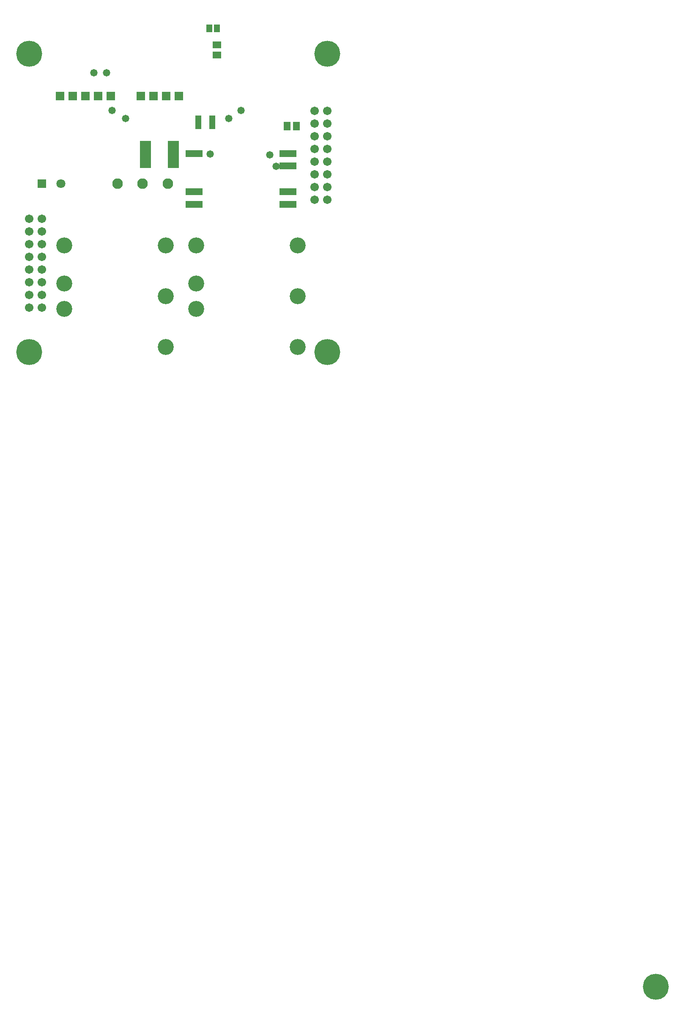
<source format=gbr>
G04 Layer_Color=8388736*
%FSLAX26Y26*%
%MOIN*%
%TF.FileFunction,Soldermask,Top*%
%TF.Part,Single*%
G01*
G75*
%TA.AperFunction,SMDPad,CuDef*%
%ADD48R,0.045402X0.061150*%
%ADD49R,0.045402X0.110362*%
%ADD50R,0.053276X0.065087*%
%ADD51R,0.067055X0.057213*%
%ADD52R,0.133984X0.055244*%
%ADD53R,0.086740X0.216661*%
%TA.AperFunction,ComponentPad*%
%ADD54C,0.067055*%
%TA.AperFunction,ViaPad*%
%ADD55C,0.204850*%
%TA.AperFunction,ComponentPad*%
%ADD56R,0.068000X0.068000*%
%ADD57R,0.068000X0.068000*%
%ADD58C,0.126110*%
%ADD59C,0.082803*%
%ADD60R,0.070992X0.070992*%
%ADD61C,0.070992*%
%TA.AperFunction,ViaPad*%
%ADD62C,0.058000*%
D48*
X1333346Y-322063D02*
D03*
X1270354D02*
D03*
D49*
X1295370Y-1062418D02*
D03*
X1185134D02*
D03*
D50*
X1886418Y-1092063D02*
D03*
X1957284D02*
D03*
D51*
X1332851Y-450726D02*
D03*
Y-533402D02*
D03*
D52*
X1893008Y-1308055D02*
D03*
Y-1406481D02*
D03*
Y-1608055D02*
D03*
Y-1708055D02*
D03*
X1152850D02*
D03*
Y-1608055D02*
D03*
Y-1308055D02*
D03*
D53*
X767614Y-1317063D02*
D03*
X988087D02*
D03*
D54*
X2202850Y-972063D02*
D03*
Y-1072063D02*
D03*
Y-1172063D02*
D03*
Y-1272063D02*
D03*
Y-1372063D02*
D03*
X2102850Y-972063D02*
D03*
Y-1072063D02*
D03*
Y-1172063D02*
D03*
Y-1272063D02*
D03*
Y-1372063D02*
D03*
X2202850Y-1472063D02*
D03*
Y-1572063D02*
D03*
Y-1672063D02*
D03*
X2102850Y-1472063D02*
D03*
Y-1572063D02*
D03*
Y-1672063D02*
D03*
X-47150Y-1822063D02*
D03*
Y-1922063D02*
D03*
Y-2022063D02*
D03*
Y-2122063D02*
D03*
Y-2222063D02*
D03*
X-147150Y-1822063D02*
D03*
Y-1922063D02*
D03*
Y-2022063D02*
D03*
Y-2122063D02*
D03*
Y-2222063D02*
D03*
X-47150Y-2322063D02*
D03*
Y-2422063D02*
D03*
Y-2522063D02*
D03*
X-147150Y-2322063D02*
D03*
Y-2422063D02*
D03*
Y-2522063D02*
D03*
D55*
X4791394Y-7871203D02*
D03*
X-147150Y-2872063D02*
D03*
X2202850D02*
D03*
X-147150Y-522063D02*
D03*
X2202850D02*
D03*
D56*
X393662Y-857181D02*
D03*
X293662D02*
D03*
X193662D02*
D03*
X93662D02*
D03*
X493662D02*
D03*
D57*
X1031850D02*
D03*
X931850D02*
D03*
X831850D02*
D03*
X731850D02*
D03*
D58*
X927850Y-2033559D02*
D03*
Y-2433559D02*
D03*
Y-2833559D02*
D03*
X127850Y-2033559D02*
D03*
Y-2533559D02*
D03*
Y-2333559D02*
D03*
X1967890Y-2831984D02*
D03*
Y-2031984D02*
D03*
X1167890Y-2531984D02*
D03*
Y-2331984D02*
D03*
Y-2031984D02*
D03*
X1967890Y-2431984D02*
D03*
D59*
X548126Y-1547063D02*
D03*
X944976D02*
D03*
X746551D02*
D03*
D60*
X-47150D02*
D03*
D61*
X101669D02*
D03*
D62*
X506110Y-968313D02*
D03*
X612110Y-1033630D02*
D03*
X1520350Y-969563D02*
D03*
X1277850Y-1312063D02*
D03*
X1425961Y-1033953D02*
D03*
X461850Y-672063D02*
D03*
X361850D02*
D03*
X1800000Y-1410000D02*
D03*
X1750000Y-1320000D02*
D03*
%TF.MD5,8476ee49ab1d58c4abe23f1d5ce0a20c*%
M02*

</source>
